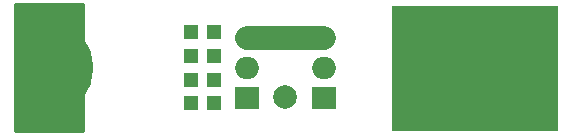
<source format=gbs>
%TF.GenerationSoftware,KiCad,Pcbnew,5.1.8*%
%TF.CreationDate,2020-12-29T16:08:40+01:00*%
%TF.ProjectId,RadioPowerProtection,52616469-6f50-46f7-9765-7250726f7465,rev?*%
%TF.SameCoordinates,Original*%
%TF.FileFunction,Soldermask,Bot*%
%TF.FilePolarity,Negative*%
%FSLAX46Y46*%
G04 Gerber Fmt 4.6, Leading zero omitted, Abs format (unit mm)*
G04 Created by KiCad (PCBNEW 5.1.8) date 2020-12-29 16:08:40*
%MOMM*%
%LPD*%
G01*
G04 APERTURE LIST*
%ADD10C,1.500000*%
%ADD11C,2.000000*%
%ADD12C,0.100000*%
%ADD13R,1.250000X1.250000*%
%ADD14O,5.000000X5.000000*%
%ADD15R,2.000000X1.905000*%
%ADD16O,2.000000X1.905000*%
%ADD17C,2.000000*%
%ADD18C,0.250000*%
G04 APERTURE END LIST*
D10*
X127750000Y-95750000D02*
G75*
G03*
X127750000Y-89250000I0J3250000D01*
G01*
D11*
X144750000Y-90000000D02*
X151250000Y-90000000D01*
D12*
G36*
X171000000Y-97750000D02*
G01*
X157000000Y-97750000D01*
X157000000Y-87250000D01*
X171000000Y-87250000D01*
X171000000Y-97750000D01*
G37*
X171000000Y-97750000D02*
X157000000Y-97750000D01*
X157000000Y-87250000D01*
X171000000Y-87250000D01*
X171000000Y-97750000D01*
D13*
%TO.C,D1*%
X140000000Y-89500000D03*
X140000000Y-91500000D03*
%TD*%
D14*
%TO.C,Q2*%
X167910000Y-92500000D03*
D15*
X151250000Y-95040000D03*
D16*
X151250000Y-92500000D03*
X151250000Y-89960000D03*
%TD*%
D14*
%TO.C,Q1*%
X128090000Y-92500000D03*
D15*
X144750000Y-95040000D03*
D16*
X144750000Y-92500000D03*
X144750000Y-89960000D03*
%TD*%
D17*
%TO.C,GND*%
X148000000Y-95000000D03*
%TD*%
D13*
%TO.C,R2*%
X142000000Y-89500000D03*
X142000000Y-91500000D03*
%TD*%
%TO.C,R1*%
X142000000Y-93500000D03*
X142000000Y-95500000D03*
%TD*%
%TO.C,C1*%
X140000000Y-93500000D03*
X140000000Y-95500000D03*
%TD*%
D18*
X130875000Y-97875000D02*
X125125000Y-97875000D01*
X125125000Y-87125000D01*
X130875000Y-87125000D01*
X130875000Y-97875000D01*
D12*
G36*
X130875000Y-97875000D02*
G01*
X125125000Y-97875000D01*
X125125000Y-87125000D01*
X130875000Y-87125000D01*
X130875000Y-97875000D01*
G37*
M02*

</source>
